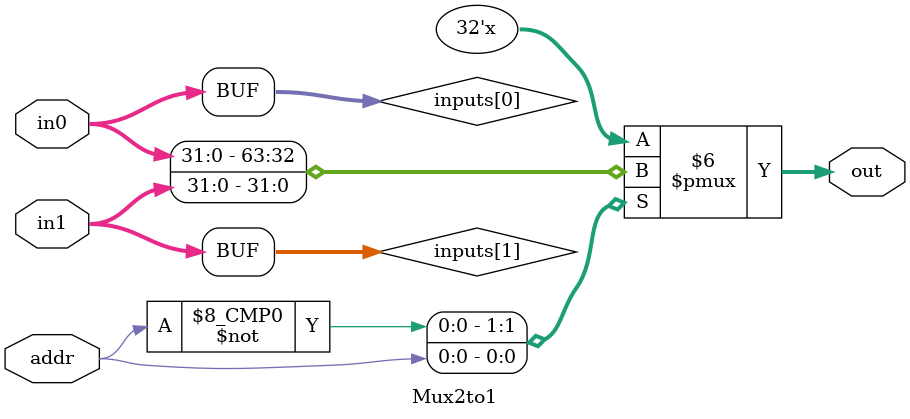
<source format=v>
module Mux3to1(out, addr, in0, in1, in2);
parameter inputSize = 32;
output[inputSize-1:0] out;
input[1:0] addr;
input[inputSize-1:0] in0, in1, in2;

wire[inputSize-1:0] inputs [2:0];
assign inputs[0] = in0;
assign inputs[1] = in1;
assign inputs[2] = in2;

assign out = inputs[addr];
endmodule

module Mux2to1(out, addr, in0, in1);
parameter inputSize = 32;
output[inputSize-1:0] out;
input addr;
input[inputSize-1:0] in0, in1;

wire[inputSize-1:0] inputs [1:0];
assign inputs[0] = in0;
assign inputs[1] = in1;

assign out = inputs[addr];
endmodule
</source>
